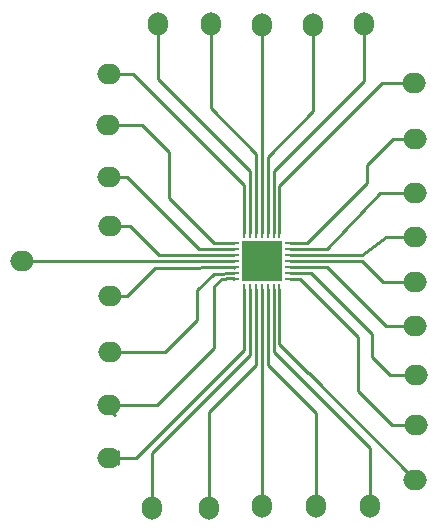
<source format=gbr>
%TF.GenerationSoftware,KiCad,Pcbnew,7.0.2*%
%TF.CreationDate,2023-06-06T14:32:33-03:00*%
%TF.ProjectId,adapter,61646170-7465-4722-9e6b-696361645f70,rev?*%
%TF.SameCoordinates,Original*%
%TF.FileFunction,Copper,L1,Top*%
%TF.FilePolarity,Positive*%
%FSLAX46Y46*%
G04 Gerber Fmt 4.6, Leading zero omitted, Abs format (unit mm)*
G04 Created by KiCad (PCBNEW 7.0.2) date 2023-06-06 14:32:33*
%MOMM*%
%LPD*%
G01*
G04 APERTURE LIST*
%TA.AperFunction,ComponentPad*%
%ADD10O,2.000000X1.700000*%
%TD*%
%TA.AperFunction,ComponentPad*%
%ADD11O,1.700000X2.000000*%
%TD*%
%TA.AperFunction,SMDPad,CuDef*%
%ADD12R,0.960399X0.254800*%
%TD*%
%TA.AperFunction,SMDPad,CuDef*%
%ADD13R,0.254800X0.960399*%
%TD*%
%TA.AperFunction,SMDPad,CuDef*%
%ADD14R,3.352800X3.352800*%
%TD*%
%TA.AperFunction,Conductor*%
%ADD15C,0.250000*%
%TD*%
G04 APERTURE END LIST*
D10*
%TO.P,J26,1,Pin_1*%
%TO.N,Net-(J26-Pin_1)*%
X138250000Y-80000000D03*
%TD*%
D11*
%TO.P,J24,1,Pin_1*%
%TO.N,Net-(J24-Pin_1)*%
X146850000Y-75800000D03*
%TD*%
D10*
%TO.P,J4,1,Pin_1*%
%TO.N,Net-(J4-Pin_1)*%
X164180000Y-97587501D03*
%TD*%
%TO.P,J20,1,Pin_1*%
%TO.N,Net-(J20-Pin_1)*%
X164100000Y-80800000D03*
%TD*%
D11*
%TO.P,J23,1,Pin_1*%
%TO.N,Net-(J23-Pin_1)*%
X151180000Y-75837501D03*
%TD*%
%TO.P,J25,1,Pin_1*%
%TO.N,Net-(J25-Pin_1)*%
X142400000Y-75800000D03*
%TD*%
D10*
%TO.P,J16,1,Pin_1*%
%TO.N,Net-(J16-Pin_1)*%
X164180000Y-114337501D03*
%TD*%
D11*
%TO.P,J12,1,Pin_1*%
%TO.N,Net-(J12-Pin_1)*%
X141900000Y-116700000D03*
%TD*%
%TO.P,J22,1,Pin_1*%
%TO.N,Net-(J22-Pin_1)*%
X155550000Y-75850000D03*
%TD*%
D12*
%TO.P,U2,1,VCC_RF2*%
%TO.N,Net-(J1-Pin_1)*%
X148807500Y-94337500D03*
%TO.P,U2,2,VCC_RF1*%
%TO.N,Net-(J6-Pin_1)*%
X148807500Y-94837499D03*
%TO.P,U2,3,GND*%
%TO.N,Net-(#FLG01-pwr)*%
X148807500Y-95337501D03*
%TO.P,U2,4,RFIN*%
%TO.N,Net-(J7-Pin_1)*%
X148807500Y-95837500D03*
%TO.P,U2,5,GC1*%
%TO.N,Net-(J8-Pin_1)*%
X148807500Y-96337499D03*
%TO.P,U2,6,VCC_LO*%
%TO.N,Net-(J9-Pin_1)*%
X148807500Y-96837501D03*
%TO.P,U2,7,VCC_VCO*%
%TO.N,Net-(J10-Pin_1)*%
X148807500Y-97337500D03*
D13*
%TO.P,U2,8,BYPVCO*%
%TO.N,Net-(J11-Pin_1)*%
X149680000Y-98210000D03*
%TO.P,U2,9,TUNEVCO*%
%TO.N,Net-(J12-Pin_1)*%
X150179999Y-98210000D03*
%TO.P,U2,10,GNDTUNE*%
%TO.N,Net-(J13-Pin_1)*%
X150680001Y-98210000D03*
%TO.P,U2,11,GNDSYN*%
%TO.N,Net-(J17-Pin_1)*%
X151180000Y-98210000D03*
%TO.P,U2,12,CPOUT*%
%TO.N,Net-(J14-Pin_1)*%
X151679999Y-98210000D03*
%TO.P,U2,13,VCC_SYN*%
%TO.N,Net-(J15-Pin_1)*%
X152180001Y-98210000D03*
%TO.P,U2,14,XTAL*%
%TO.N,Net-(J16-Pin_1)*%
X152680000Y-98210000D03*
D12*
%TO.P,U2,15,REFOUT*%
%TO.N,Net-(J28-Pin_1)*%
X153552500Y-97337500D03*
%TO.P,U2,16,VCC_DIG*%
%TO.N,Net-(J27-Pin_1)*%
X153552500Y-96837501D03*
%TO.P,U2,17,QOUT+*%
%TO.N,Net-(J5-Pin_1)*%
X153552500Y-96337499D03*
%TO.P,U2,18,QOUT-*%
%TO.N,Net-(J4-Pin_1)*%
X153552500Y-95837500D03*
%TO.P,U2,19,IOUT+*%
%TO.N,Net-(J3-Pin_1)*%
X153552500Y-95337501D03*
%TO.P,U2,20,IOUT-*%
%TO.N,Net-(J2-Pin_1)*%
X153552500Y-94837499D03*
%TO.P,U2,21,IDC+*%
%TO.N,Net-(J19-Pin_1)*%
X153552500Y-94337500D03*
D13*
%TO.P,U2,22,IDC-*%
%TO.N,Net-(J20-Pin_1)*%
X152680000Y-93465000D03*
%TO.P,U2,23,QDC+*%
%TO.N,Net-(J21-Pin_1)*%
X152180001Y-93465000D03*
%TO.P,U2,24,QDC-*%
%TO.N,Net-(J22-Pin_1)*%
X151679999Y-93465000D03*
%TO.P,U2,25,VCC_BB*%
%TO.N,Net-(J23-Pin_1)*%
X151180000Y-93465000D03*
%TO.P,U2,26,SDA*%
%TO.N,Net-(J24-Pin_1)*%
X150680001Y-93465000D03*
%TO.P,U2,27,SCL*%
%TO.N,Net-(J25-Pin_1)*%
X150179999Y-93465000D03*
%TO.P,U2,28,ADDR*%
%TO.N,Net-(J26-Pin_1)*%
X149680000Y-93465000D03*
D14*
%TO.P,U2,29,EPAD*%
%TO.N,unconnected-(U2-EPAD-Pad29)*%
X151180000Y-95837500D03*
%TD*%
D11*
%TO.P,J17,1,Pin_1*%
%TO.N,Net-(J17-Pin_1)*%
X151168000Y-116586000D03*
%TD*%
D10*
%TO.P,J8,1,Pin_1*%
%TO.N,Net-(J8-Pin_1)*%
X138350000Y-98750000D03*
%TD*%
%TO.P,J9,1,Pin_1*%
%TO.N,Net-(J9-Pin_1)*%
X138300000Y-103500000D03*
%TD*%
%TO.P,J27,1,Pin_1*%
%TO.N,Net-(J27-Pin_1)*%
X164220000Y-105480000D03*
%TD*%
%TO.P,J18,1,Pin_1*%
%TO.N,Net-(#FLG01-pwr)*%
X138300000Y-92900000D03*
%TD*%
%TO.P,J7,1,Pin_1*%
%TO.N,Net-(J7-Pin_1)*%
X130900000Y-95850000D03*
%TD*%
%TO.P,J6,1,Pin_1*%
%TO.N,Net-(J6-Pin_1)*%
X138250000Y-88700000D03*
%TD*%
%TO.P,J11,1,Pin_1*%
%TO.N,Net-(J11-Pin_1)*%
X138250000Y-112550000D03*
%TD*%
D11*
%TO.P,J21,1,Pin_1*%
%TO.N,Net-(J21-Pin_1)*%
X159800000Y-75800000D03*
%TD*%
D10*
%TO.P,J19,1,Pin_1*%
%TO.N,Net-(J19-Pin_1)*%
X164160000Y-85490000D03*
%TD*%
%TO.P,J10,1,Pin_1*%
%TO.N,Net-(J10-Pin_1)*%
X138250000Y-108050000D03*
%TD*%
%TO.P,J1,1,Pin_1*%
%TO.N,Net-(J1-Pin_1)*%
X138200000Y-84300000D03*
%TD*%
%TO.P,J2,1,Pin_1*%
%TO.N,Net-(J2-Pin_1)*%
X164180000Y-90087501D03*
%TD*%
D11*
%TO.P,J14,1,Pin_1*%
%TO.N,Net-(J14-Pin_1)*%
X155740000Y-116586000D03*
%TD*%
D10*
%TO.P,J5,1,Pin_1*%
%TO.N,Net-(J5-Pin_1)*%
X164180000Y-101337501D03*
%TD*%
D11*
%TO.P,J15,1,Pin_1*%
%TO.N,Net-(J15-Pin_1)*%
X160312000Y-116586000D03*
%TD*%
D10*
%TO.P,J3,1,Pin_1*%
%TO.N,Net-(J3-Pin_1)*%
X164180000Y-93837501D03*
%TD*%
D11*
%TO.P,J13,1,Pin_1*%
%TO.N,Net-(J13-Pin_1)*%
X146700000Y-116700000D03*
%TD*%
D10*
%TO.P,J28,1,Pin_1*%
%TO.N,Net-(J28-Pin_1)*%
X164240000Y-109690000D03*
%TD*%
D15*
%TO.N,Net-(J1-Pin_1)*%
X141000000Y-84300000D02*
X138200000Y-84300000D01*
X147137500Y-94337500D02*
X143300000Y-90500000D01*
X143300000Y-86600000D02*
X141000000Y-84300000D01*
X148807500Y-94337500D02*
X147137500Y-94337500D01*
X143300000Y-90500000D02*
X143300000Y-86600000D01*
%TO.N,Net-(J2-Pin_1)*%
X164180000Y-90087501D02*
X161180000Y-90087501D01*
X161180000Y-90087501D02*
X156680000Y-94837501D01*
X156680000Y-94837501D02*
X153552500Y-94837499D01*
%TO.N,Net-(J3-Pin_1)*%
X161680000Y-93837501D02*
X159680000Y-95337501D01*
X159680000Y-95337501D02*
X153552500Y-95337501D01*
X164180000Y-93837501D02*
X161680000Y-93837501D01*
%TO.N,Net-(J4-Pin_1)*%
X159679999Y-95837500D02*
X153552500Y-95837500D01*
X164180000Y-97587501D02*
X161430000Y-97587501D01*
X161430000Y-97587501D02*
X159679999Y-95837500D01*
%TO.N,Net-(J5-Pin_1)*%
X156679998Y-96337499D02*
X153552500Y-96337499D01*
X164180000Y-101337501D02*
X161680000Y-101337501D01*
X161680000Y-101337501D02*
X156679998Y-96337499D01*
%TO.N,Net-(J7-Pin_1)*%
X148795000Y-95850000D02*
X148807500Y-95837500D01*
X130900000Y-95850000D02*
X148795000Y-95850000D01*
%TO.N,Net-(J8-Pin_1)*%
X145100000Y-96400000D02*
X142150000Y-96400000D01*
X148850000Y-96379999D02*
X148807500Y-96337499D01*
X146792375Y-96337499D02*
X145100000Y-96400000D01*
X142150000Y-96400000D02*
X139800000Y-98750000D01*
X139800000Y-98750000D02*
X138350000Y-98750000D01*
X148850000Y-96385101D02*
X148850000Y-96379999D01*
X148807500Y-96337499D02*
X146792375Y-96337499D01*
%TO.N,Net-(J9-Pin_1)*%
X148807500Y-96837501D02*
X147100000Y-96900000D01*
X147100000Y-96900000D02*
X145700000Y-98300000D01*
X143000000Y-103500000D02*
X138300000Y-103500000D01*
X145700000Y-98300000D02*
X145700000Y-100800000D01*
X145700000Y-100800000D02*
X143000000Y-103500000D01*
%TO.N,Net-(J11-Pin_1)*%
X149680000Y-98210000D02*
X149680000Y-103370000D01*
X139000000Y-113050000D02*
X139000000Y-111950000D01*
X149680000Y-103370000D02*
X140500000Y-112550000D01*
X140500000Y-112550000D02*
X138250000Y-112550000D01*
%TO.N,Net-(J12-Pin_1)*%
X141900000Y-112050000D02*
X150179999Y-103770001D01*
X141900000Y-116700000D02*
X141900000Y-112050000D01*
X150179999Y-103770001D02*
X150179999Y-98210000D01*
%TO.N,Net-(J13-Pin_1)*%
X150680001Y-104619999D02*
X146700000Y-108600000D01*
X150680001Y-98210000D02*
X150680001Y-104619999D01*
X146700000Y-108600000D02*
X146700000Y-116700000D01*
%TO.N,Net-(J14-Pin_1)*%
X155740000Y-108690000D02*
X155740000Y-116586000D01*
X151679999Y-98210000D02*
X151679999Y-104629999D01*
X151679999Y-104629999D02*
X155740000Y-108690000D01*
%TO.N,Net-(J15-Pin_1)*%
X152180001Y-103530001D02*
X160312000Y-111662000D01*
X160312000Y-111662000D02*
X160312000Y-116586000D01*
X152180001Y-98210000D02*
X152180001Y-103530001D01*
%TO.N,Net-(J16-Pin_1)*%
X152680000Y-98210000D02*
X152680000Y-102880000D01*
X155100000Y-105300000D02*
X155142499Y-105300000D01*
X155142499Y-105300000D02*
X164180000Y-114337501D01*
X152680000Y-102880000D02*
X155100000Y-105300000D01*
%TO.N,Net-(J17-Pin_1)*%
X151180000Y-116574000D02*
X151192000Y-116586000D01*
X151180000Y-98210000D02*
X151180000Y-116574000D01*
%TO.N,Net-(J10-Pin_1)*%
X147774383Y-97325617D02*
X147150000Y-97950000D01*
X147150000Y-97950000D02*
X147150000Y-103200000D01*
X148770857Y-97300857D02*
X148450857Y-97300857D01*
X147150000Y-103200000D02*
X142300000Y-108050000D01*
X148450857Y-97300857D02*
X147774383Y-97325617D01*
X138680000Y-108887501D02*
X138762499Y-108887501D01*
X142300000Y-108050000D02*
X138250000Y-108050000D01*
X148807500Y-97337500D02*
X148770857Y-97300857D01*
%TO.N,Net-(J28-Pin_1)*%
X159350000Y-106850000D02*
X162190000Y-109690000D01*
X153552500Y-97337500D02*
X154387500Y-97337500D01*
X159350000Y-102300000D02*
X159350000Y-106850000D01*
X154387500Y-97337500D02*
X159350000Y-102300000D01*
X162190000Y-109690000D02*
X164240000Y-109690000D01*
%TO.N,Net-(J19-Pin_1)*%
X160100000Y-87700000D02*
X162310000Y-85490000D01*
X154350000Y-94337500D02*
X155012500Y-94337500D01*
X160100000Y-89250000D02*
X160100000Y-87700000D01*
X155012500Y-94337500D02*
X160100000Y-89250000D01*
X162310000Y-85490000D02*
X164160000Y-85490000D01*
X154350000Y-94337500D02*
X154442500Y-94337500D01*
X153552500Y-94337500D02*
X154350000Y-94337500D01*
%TO.N,Net-(J20-Pin_1)*%
X152680000Y-89520000D02*
X161400000Y-80800000D01*
X152680000Y-93465000D02*
X152680000Y-89520000D01*
X161400000Y-80800000D02*
X164100000Y-80800000D01*
%TO.N,Net-(J21-Pin_1)*%
X159800000Y-80550000D02*
X159800000Y-75800000D01*
X152180001Y-88169999D02*
X159800000Y-80550000D01*
X152180001Y-93465000D02*
X152180001Y-88169999D01*
%TO.N,Net-(J22-Pin_1)*%
X151679999Y-93465000D02*
X151679999Y-87020001D01*
X155550000Y-83150000D02*
X155550000Y-75850000D01*
X151679999Y-87020001D02*
X155550000Y-83150000D01*
%TO.N,Net-(J23-Pin_1)*%
X151180000Y-93465000D02*
X151180000Y-75837501D01*
%TO.N,Net-(J24-Pin_1)*%
X146850000Y-75800000D02*
X146850000Y-82900000D01*
X146850000Y-82900000D02*
X150680001Y-86730001D01*
X150680001Y-86730001D02*
X150680001Y-93465000D01*
%TO.N,Net-(J25-Pin_1)*%
X142400000Y-80450000D02*
X142400000Y-75800000D01*
X150179999Y-88229999D02*
X142400000Y-80450000D01*
X150179999Y-93465000D02*
X150179999Y-88229999D01*
%TO.N,Net-(J26-Pin_1)*%
X140300000Y-80000000D02*
X149680000Y-89380000D01*
X138250000Y-80000000D02*
X140300000Y-80000000D01*
X149680000Y-89380000D02*
X149680000Y-93465000D01*
X149680000Y-93452401D02*
X149680000Y-93465000D01*
%TO.N,Net-(J27-Pin_1)*%
X153552500Y-96837501D02*
X155337501Y-96837501D01*
X155337501Y-96837501D02*
X160500000Y-102000000D01*
X160500000Y-103950000D02*
X162030000Y-105480000D01*
X162030000Y-105480000D02*
X164220000Y-105480000D01*
X160500000Y-102000000D02*
X160500000Y-103950000D01*
%TO.N,Net-(J6-Pin_1)*%
X145887499Y-94837499D02*
X139750000Y-88700000D01*
X139750000Y-88700000D02*
X138250000Y-88700000D01*
X148807500Y-94837499D02*
X145887499Y-94837499D01*
%TO.N,Net-(#FLG01-pwr)*%
X140000000Y-92900000D02*
X138300000Y-92900000D01*
X148807500Y-95337501D02*
X142437501Y-95337501D01*
X142437501Y-95337501D02*
X140000000Y-92900000D01*
%TD*%
M02*

</source>
